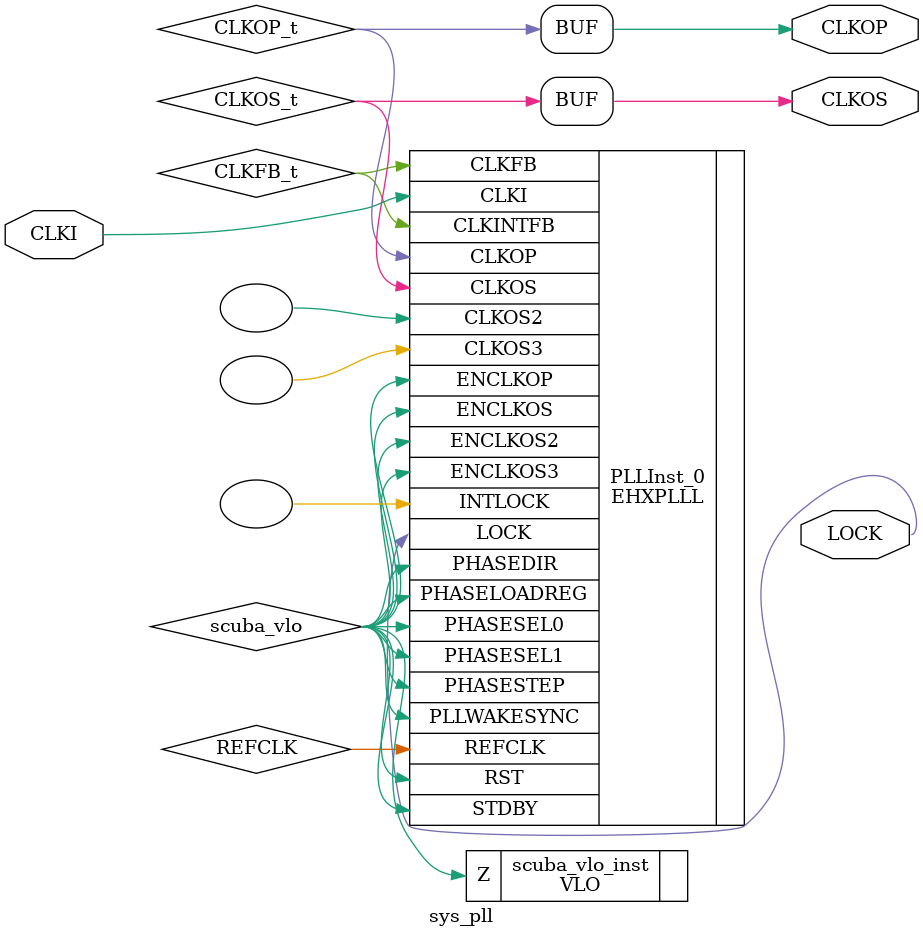
<source format=v>
/* Verilog netlist generated by SCUBA Diamond (64-bit) 3.9.1.119 */
/* Module Version: 5.7 */
/* C:\lscc\diamond\3.9_x64\ispfpga\bin\nt64\scuba.exe -w -n sys_pll -lang verilog -synth synplify -bus_exp 7 -bb -arch sa5p00 -type pll -fin 100 -fclkop 50 -fclkop_tol 0.0 -fclkos 125 -fclkos_tol 0.0 -phases 0 -phase_cntl STATIC -lock -fb_mode 5 -fdc C:/Cu_Suicide_Heat_Test/FPGA10/sys_pll/sys_pll.fdc  */
/* Tue Jun 27 13:02:36 2017 */


`timescale 1 ns / 1 ps
module sys_pll (CLKI, CLKOP, CLKOS, LOCK)/* synthesis NGD_DRC_MASK=1 */;
    input wire CLKI;
    output wire CLKOP;
    output wire CLKOS;
    output wire LOCK;

    wire REFCLK;
    wire CLKOS_t;
    wire CLKOP_t;
    wire CLKFB_t;
    wire scuba_vhi;
    wire scuba_vlo;

    VHI scuba_vhi_inst (.Z(scuba_vhi));

    VLO scuba_vlo_inst (.Z(scuba_vlo));

    defparam PLLInst_0.PLLRST_ENA = "DISABLED" ;
    defparam PLLInst_0.INTFB_WAKE = "DISABLED" ;
    defparam PLLInst_0.STDBY_ENABLE = "DISABLED" ;
    defparam PLLInst_0.DPHASE_SOURCE = "DISABLED" ;
    defparam PLLInst_0.CLKOS3_FPHASE = 0 ;
    defparam PLLInst_0.CLKOS3_CPHASE = 0 ;
    defparam PLLInst_0.CLKOS2_FPHASE = 0 ;
    defparam PLLInst_0.CLKOS2_CPHASE = 0 ;
    defparam PLLInst_0.CLKOS_FPHASE = 0 ;
    defparam PLLInst_0.CLKOS_CPHASE = 3 ;
    defparam PLLInst_0.CLKOP_FPHASE = 0 ;
    defparam PLLInst_0.CLKOP_CPHASE = 9 ;
    defparam PLLInst_0.PLL_LOCK_MODE = 0 ;
    defparam PLLInst_0.CLKOS_TRIM_DELAY = 0 ;
    defparam PLLInst_0.CLKOS_TRIM_POL = "FALLING" ;
    defparam PLLInst_0.CLKOP_TRIM_DELAY = 0 ;
    defparam PLLInst_0.CLKOP_TRIM_POL = "FALLING" ;
    defparam PLLInst_0.OUTDIVIDER_MUXD = "DIVD" ;
    defparam PLLInst_0.CLKOS3_ENABLE = "DISABLED" ;
    defparam PLLInst_0.OUTDIVIDER_MUXC = "DIVC" ;
    defparam PLLInst_0.CLKOS2_ENABLE = "DISABLED" ;
    defparam PLLInst_0.OUTDIVIDER_MUXB = "DIVB" ;
    defparam PLLInst_0.CLKOS_ENABLE = "ENABLED" ;
    defparam PLLInst_0.OUTDIVIDER_MUXA = "DIVA" ;
    defparam PLLInst_0.CLKOP_ENABLE = "ENABLED" ;
    defparam PLLInst_0.CLKOS3_DIV = 1 ;
    defparam PLLInst_0.CLKOS2_DIV = 1 ;
    defparam PLLInst_0.CLKOS_DIV = 4 ;
    defparam PLLInst_0.CLKOP_DIV = 10 ;
    defparam PLLInst_0.CLKFB_DIV = 1 ;
    defparam PLLInst_0.CLKI_DIV = 2 ;
    defparam PLLInst_0.FEEDBK_PATH = "INT_OP" ;
    EHXPLLL PLLInst_0 (.CLKI(CLKI), .CLKFB(CLKFB_t), .PHASESEL1(scuba_vlo), 
        .PHASESEL0(scuba_vlo), .PHASEDIR(scuba_vlo), .PHASESTEP(scuba_vlo), 
        .PHASELOADREG(scuba_vlo), .STDBY(scuba_vlo), .PLLWAKESYNC(scuba_vlo), 
        .RST(scuba_vlo), .ENCLKOP(scuba_vlo), .ENCLKOS(scuba_vlo), .ENCLKOS2(scuba_vlo), 
        .ENCLKOS3(scuba_vlo), .CLKOP(CLKOP_t), .CLKOS(CLKOS_t), .CLKOS2(), 
        .CLKOS3(), .LOCK(LOCK), .INTLOCK(), .REFCLK(REFCLK), .CLKINTFB(CLKFB_t))
             /* synthesis FREQUENCY_PIN_CLKOS="125.000000" */
             /* synthesis FREQUENCY_PIN_CLKOP="50.000000" */
             /* synthesis FREQUENCY_PIN_CLKI="100.000000" */
             /* synthesis ICP_CURRENT="9" */
             /* synthesis LPF_RESISTOR="8" */;

    assign CLKOS = CLKOS_t;
    assign CLKOP = CLKOP_t;


    // exemplar begin
    // exemplar attribute PLLInst_0 FREQUENCY_PIN_CLKOS 125.000000
    // exemplar attribute PLLInst_0 FREQUENCY_PIN_CLKOP 50.000000
    // exemplar attribute PLLInst_0 FREQUENCY_PIN_CLKI 100.000000
    // exemplar attribute PLLInst_0 ICP_CURRENT 9
    // exemplar attribute PLLInst_0 LPF_RESISTOR 8
    // exemplar end

endmodule

</source>
